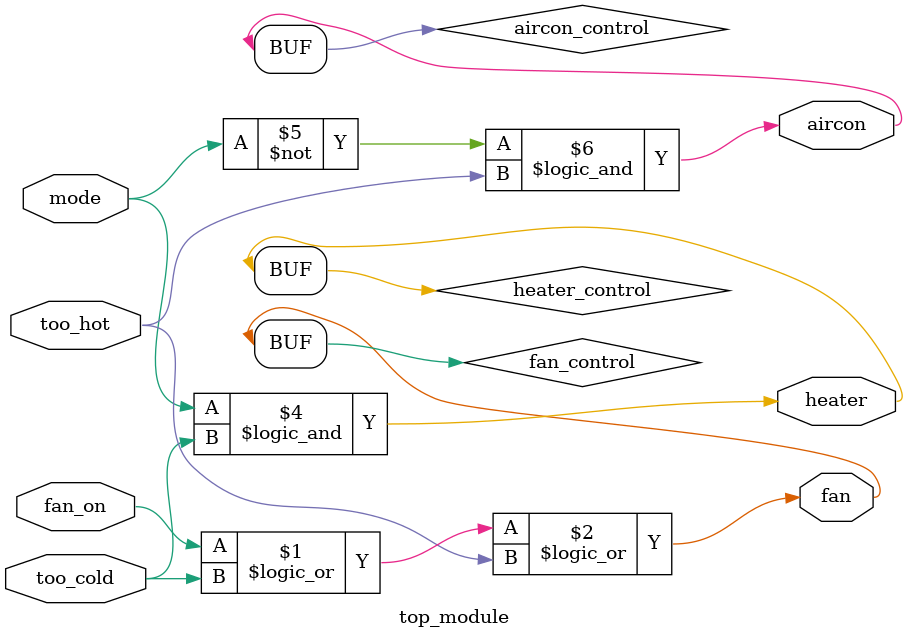
<source format=sv>
module top_module(
	input mode,
	input too_cold, 
	input too_hot,
	input fan_on,
	output heater,
	output aircon,
	output fan
);
	// Declare internal signals
	wire fan_control;
	wire heater_control;
	wire aircon_control;

	// Assign fan_control signal
	assign fan_control = fan_on || too_cold || too_hot;

	// Assign heater_control signal
	assign heater_control = (mode == 1'b1) && too_cold;

	// Assign aircon_control signal
	assign aircon_control = (mode == 1'b0) && too_hot;

	// Assign outputs
	assign heater = heater_control;
	assign aircon = aircon_control;
	assign fan = fan_control;

endmodule

</source>
